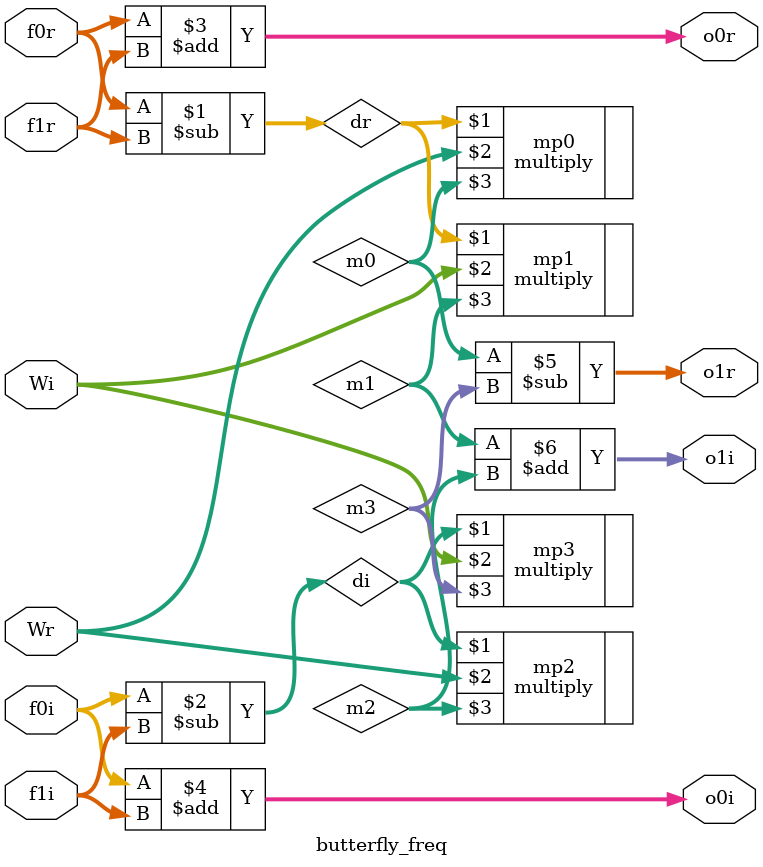
<source format=v>
`timescale 1ns / 1ps

module butterfly_time(
Fer,	// Real part of the even input.
Fei,	// Imag part of the even input.
For,	// Real part of the odd input.
Foi,	// Imag part of the odd input.
Wr,		// Real part of the weight input.
Wi,		// Imag part of the weight input.
o0r,	// Real part of output 0.
o0i,	// Imag part of output 0.
o1r,	// Real part of output 1.
o1i		// Imag part of output 1.
    );

parameter width=8;
parameter decimal=4;

input[width-1:0] Fer,Fei,For,Foi,Wr,Wi;
output[width-1:0] o0r,o0i,o1r,o1i;

wire[7:0] m0,m1,m2,m3,mr,mi;
// multiplication of complex numbers: m = Fo*W 
multiply #(.width(width),.decimal(decimal)) mp0(For,Wr,m0);
multiply #(.width(width),.decimal(decimal)) mp1(For,Wi,m1);
multiply #(.width(width),.decimal(decimal)) mp2(Foi,Wr,m2);
multiply #(.width(width),.decimal(decimal)) mp3(Foi,Wi,m3);

assign mr=m0-m3;
assign mi=m1+m2;

assign o0r=Fer+mr;
assign o0i=Fei+mi;

assign o1r=Fer-mr;
assign o1i=Fei-mi;

endmodule


module butterfly_freq(
f0r,	// Real part of input 0.
f0i,	// Imag part of input 0.
f1r,	// Real part of input 1.
f1i,	// Imag part of input 1.
Wr,		// Real part of the weight input.
Wi,		// Imag part of the weight input.
o0r,	// Real part of output 0.
o0i,	// Imag part of output 0.
o1r,	// Real part of output 1.
o1i		// Imag part of output 1.
    );

parameter width=8;
parameter decimal=4;

input[width-1:0] f0r,f0i,f1r,f1i,Wr,Wi;
output[width-1:0] o0r,o0i,o1r,o1i;

// Start of your code
wire[7:0] dr,di,m0,m1,m2,m3;
assign dr = f0r - f1r;
assign di = f0i - f1i;

multiply #(.width(width),.decimal(decimal)) mp0(dr,Wr,m0);
multiply #(.width(width),.decimal(decimal)) mp1(dr,Wi,m1);
multiply #(.width(width),.decimal(decimal)) mp2(di,Wr,m2);
multiply #(.width(width),.decimal(decimal)) mp3(di,Wi,m3);

assign o0r = f0r + f1r;
assign o0i = f0i + f1i;

assign o1r = m0 - m3;
assign o1i = m1 + m2;
// End of your code

endmodule

</source>
